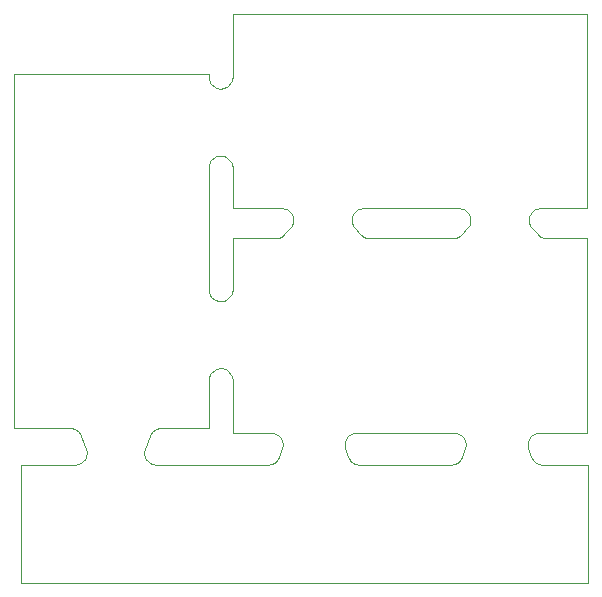
<source format=gko>
%MOIN*%
%OFA0B0*%
%FSLAX44Y44*%
%IPPOS*%
%LPD*%
%ADD10C,0*%
D10*
X00011992Y00011484D02*
X00011992Y00011484D01*
X00014779Y00011484D01*
X00014795Y00011484D01*
X00014812Y00011485D01*
X00014828Y00011487D01*
X00014844Y00011490D01*
X00014861Y00011493D01*
X00014877Y00011496D01*
X00014893Y00011501D01*
X00014908Y00011506D01*
X00014924Y00011512D01*
X00014939Y00011518D01*
X00014954Y00011525D01*
X00014969Y00011533D01*
X00014983Y00011541D01*
X00014997Y00011550D01*
X00015010Y00011559D01*
X00015023Y00011569D01*
X00015036Y00011580D01*
X00015048Y00011591D01*
X00015060Y00011602D01*
X00015071Y00011615D01*
X00015263Y00011827D01*
X00015291Y00011863D01*
X00015315Y00011901D01*
X00015335Y00011942D01*
X00015349Y00011985D01*
X00015359Y00012029D01*
X00015364Y00012074D01*
X00015363Y00012120D01*
X00015357Y00012165D01*
X00015346Y00012209D01*
X00015330Y00012251D01*
X00015309Y00012291D01*
X00015284Y00012329D01*
X00015254Y00012363D01*
X00015221Y00012394D01*
X00015185Y00012421D01*
X00015145Y00012443D01*
X00015104Y00012461D01*
X00015060Y00012474D01*
X00015015Y00012482D01*
X00014970Y00012484D01*
X00011800Y00012484D01*
X00011800Y00012484D01*
X00011755Y00012482D01*
X00011711Y00012474D01*
X00011667Y00012461D01*
X00011625Y00012443D01*
X00011586Y00012421D01*
X00011550Y00012394D01*
X00011516Y00012363D01*
X00011487Y00012329D01*
X00011462Y00012291D01*
X00011441Y00012251D01*
X00011425Y00012209D01*
X00011414Y00012165D01*
X00011408Y00012120D01*
X00011407Y00012074D01*
X00011412Y00012029D01*
X00011421Y00011985D01*
X00011436Y00011942D01*
X00011455Y00011901D01*
X00011479Y00011863D01*
X00011508Y00011827D01*
X00011699Y00011615D01*
X00011710Y00011602D01*
X00011722Y00011591D01*
X00011735Y00011580D01*
X00011747Y00011569D01*
X00011760Y00011559D01*
X00011774Y00011550D01*
X00011788Y00011541D01*
X00011802Y00011533D01*
X00011817Y00011525D01*
X00011832Y00011518D01*
X00011847Y00011512D01*
X00011862Y00011506D01*
X00011878Y00011501D01*
X00011894Y00011496D01*
X00011910Y00011493D01*
X00011926Y00011490D01*
X00011943Y00011487D01*
X00011959Y00011485D01*
X00011975Y00011484D01*
X00011992Y00011484D01*
X00008873Y00011484D02*
X00008873Y00011484D01*
X00007440Y00011484D01*
X00007440Y00009802D01*
X00007440Y00009793D01*
X00007440Y00009784D01*
X00007440Y00009775D01*
X00007439Y00009766D01*
X00007438Y00009757D01*
X00007437Y00009748D01*
X00007436Y00009740D01*
X00007434Y00009731D01*
X00007432Y00009722D01*
X00007430Y00009713D01*
X00007428Y00009705D01*
X00007426Y00009696D01*
X00007424Y00009688D01*
X00007421Y00009679D01*
X00007418Y00009671D01*
X00007415Y00009662D01*
X00007412Y00009654D01*
X00007408Y00009646D01*
X00007405Y00009638D01*
X00007401Y00009630D01*
X00007389Y00009606D01*
X00007363Y00009560D01*
X00007331Y00009518D01*
X00007293Y00009481D01*
X00007251Y00009449D01*
X00007205Y00009423D01*
X00007156Y00009403D01*
X00007105Y00009390D01*
X00007052Y00009385D01*
X00006999Y00009386D01*
X00006947Y00009394D01*
X00006896Y00009410D01*
X00006848Y00009432D01*
X00006803Y00009460D01*
X00006763Y00009494D01*
X00006727Y00009533D01*
X00006697Y00009576D01*
X00006673Y00009623D01*
X00006656Y00009673D01*
X00006645Y00009725D01*
X00006642Y00009778D01*
X00006642Y00013843D01*
X00006645Y00013896D01*
X00006656Y00013948D01*
X00006673Y00013998D01*
X00006697Y00014045D01*
X00006727Y00014088D01*
X00006763Y00014127D01*
X00006803Y00014161D01*
X00006848Y00014190D01*
X00006896Y00014211D01*
X00006947Y00014227D01*
X00006999Y00014235D01*
X00007052Y00014236D01*
X00007105Y00014231D01*
X00007156Y00014218D01*
X00007205Y00014198D01*
X00007251Y00014172D01*
X00007293Y00014140D01*
X00007331Y00014103D01*
X00007363Y00014061D01*
X00007389Y00014015D01*
X00007401Y00013991D01*
X00007405Y00013983D01*
X00007408Y00013975D01*
X00007412Y00013967D01*
X00007415Y00013959D01*
X00007418Y00013950D01*
X00007421Y00013942D01*
X00007424Y00013933D01*
X00007426Y00013925D01*
X00007428Y00013916D01*
X00007430Y00013908D01*
X00007432Y00013899D01*
X00007434Y00013890D01*
X00007436Y00013881D01*
X00007437Y00013873D01*
X00007438Y00013864D01*
X00007439Y00013855D01*
X00007440Y00013846D01*
X00007440Y00013837D01*
X00007440Y00013828D01*
X00007440Y00013819D01*
X00007440Y00012484D01*
X00009065Y00012484D01*
X00009065Y00012484D01*
X00009110Y00012482D01*
X00009155Y00012474D01*
X00009198Y00012461D01*
X00009240Y00012443D01*
X00009279Y00012421D01*
X00009316Y00012394D01*
X00009349Y00012363D01*
X00009378Y00012329D01*
X00009404Y00012291D01*
X00009424Y00012251D01*
X00009440Y00012209D01*
X00009451Y00012165D01*
X00009457Y00012120D01*
X00009458Y00012074D01*
X00009454Y00012029D01*
X00009444Y00011985D01*
X00009429Y00011942D01*
X00009410Y00011901D01*
X00009386Y00011863D01*
X00009357Y00011827D01*
X00009166Y00011615D01*
X00009155Y00011602D01*
X00009143Y00011591D01*
X00009131Y00011580D01*
X00009118Y00011569D01*
X00009105Y00011559D01*
X00009091Y00011550D01*
X00009077Y00011541D01*
X00009063Y00011533D01*
X00009048Y00011525D01*
X00009033Y00011518D01*
X00009018Y00011512D01*
X00009003Y00011506D01*
X00008987Y00011501D01*
X00008971Y00011496D01*
X00008955Y00011493D01*
X00008939Y00011490D01*
X00008923Y00011487D01*
X00008906Y00011485D01*
X00008890Y00011484D01*
X00008873Y00011484D01*
X00017663Y00005004D02*
X00017663Y00005004D01*
X00019251Y00005004D01*
X00019251Y00011484D01*
X00017897Y00011484D01*
X00017881Y00011484D01*
X00017864Y00011485D01*
X00017848Y00011487D01*
X00017832Y00011490D01*
X00017816Y00011493D01*
X00017799Y00011496D01*
X00017784Y00011501D01*
X00017768Y00011506D01*
X00017752Y00011512D01*
X00017737Y00011518D01*
X00017722Y00011525D01*
X00017708Y00011533D01*
X00017693Y00011541D01*
X00017679Y00011550D01*
X00017666Y00011559D01*
X00017653Y00011569D01*
X00017640Y00011580D01*
X00017628Y00011591D01*
X00017616Y00011602D01*
X00017605Y00011615D01*
X00017413Y00011827D01*
X00017385Y00011863D01*
X00017361Y00011901D01*
X00017341Y00011942D01*
X00017327Y00011985D01*
X00017317Y00012029D01*
X00017313Y00012074D01*
X00017313Y00012120D01*
X00017319Y00012165D01*
X00017330Y00012209D01*
X00017346Y00012251D01*
X00017367Y00012291D01*
X00017392Y00012329D01*
X00017422Y00012363D01*
X00017455Y00012394D01*
X00017492Y00012421D01*
X00017531Y00012443D01*
X00017573Y00012461D01*
X00017616Y00012474D01*
X00017661Y00012482D01*
X00017706Y00012484D01*
X00019251Y00012484D01*
X00019251Y00018964D01*
X00007440Y00018964D01*
X00007440Y00016888D01*
X00007440Y00016879D01*
X00007440Y00016870D01*
X00007440Y00016862D01*
X00007439Y00016853D01*
X00007438Y00016844D01*
X00007437Y00016835D01*
X00007436Y00016826D01*
X00007434Y00016817D01*
X00007432Y00016809D01*
X00007430Y00016800D01*
X00007428Y00016791D01*
X00007426Y00016783D01*
X00007424Y00016774D01*
X00007421Y00016766D01*
X00007418Y00016757D01*
X00007415Y00016749D01*
X00007412Y00016741D01*
X00007408Y00016732D01*
X00007405Y00016724D01*
X00007401Y00016716D01*
X00007389Y00016693D01*
X00007363Y00016647D01*
X00007331Y00016605D01*
X00007293Y00016567D01*
X00007251Y00016535D01*
X00007205Y00016509D01*
X00007156Y00016490D01*
X00007105Y00016477D01*
X00007052Y00016471D01*
X00006999Y00016473D01*
X00006947Y00016481D01*
X00006896Y00016496D01*
X00006848Y00016518D01*
X00006803Y00016546D01*
X00006763Y00016580D01*
X00006727Y00016619D01*
X00006697Y00016663D01*
X00006673Y00016710D01*
X00006656Y00016760D01*
X00006645Y00016812D01*
X00006642Y00016865D01*
X00006642Y00016968D01*
X00000162Y00016968D01*
X00000162Y00005157D01*
X00002012Y00005157D01*
X00002035Y00005156D01*
X00002059Y00005154D01*
X00002082Y00005151D01*
X00002105Y00005146D01*
X00002128Y00005139D01*
X00002151Y00005132D01*
X00002172Y00005123D01*
X00002194Y00005112D01*
X00002214Y00005101D01*
X00002234Y00005088D01*
X00002253Y00005074D01*
X00002272Y00005059D01*
X00002289Y00005043D01*
X00002305Y00005026D01*
X00002320Y00005008D01*
X00002335Y00004989D01*
X00002348Y00004969D01*
X00002359Y00004948D01*
X00002370Y00004927D01*
X00002379Y00004905D01*
X00002546Y00004472D01*
X00002558Y00004436D01*
X00002567Y00004399D01*
X00002571Y00004361D01*
X00002573Y00004323D01*
X00002570Y00004285D01*
X00002564Y00004247D01*
X00002554Y00004210D01*
X00002540Y00004174D01*
X00002524Y00004140D01*
X00002504Y00004108D01*
X00002481Y00004077D01*
X00002455Y00004049D01*
X00002426Y00004024D01*
X00002395Y00004001D01*
X00002362Y00003982D01*
X00002328Y00003966D01*
X00002292Y00003953D01*
X00002255Y00003944D01*
X00002217Y00003938D01*
X00002179Y00003937D01*
X00000393Y00003937D01*
X00000393Y00000000D01*
X00019291Y00000000D01*
X00019291Y00003937D01*
X00017764Y00003937D01*
X00017740Y00003937D01*
X00017716Y00003939D01*
X00017693Y00003943D01*
X00017669Y00003948D01*
X00017646Y00003955D01*
X00017623Y00003963D01*
X00017601Y00003972D01*
X00017579Y00003983D01*
X00017558Y00003995D01*
X00017538Y00004008D01*
X00017519Y00004022D01*
X00017501Y00004038D01*
X00017483Y00004055D01*
X00017467Y00004072D01*
X00017452Y00004091D01*
X00017438Y00004110D01*
X00017425Y00004131D01*
X00017413Y00004152D01*
X00017403Y00004174D01*
X00017394Y00004196D01*
X00017293Y00004476D01*
X00017282Y00004512D01*
X00017274Y00004549D01*
X00017270Y00004587D01*
X00017270Y00004625D01*
X00017273Y00004662D01*
X00017279Y00004699D01*
X00017290Y00004736D01*
X00017303Y00004771D01*
X00017321Y00004805D01*
X00017341Y00004836D01*
X00017364Y00004866D01*
X00017390Y00004894D01*
X00017418Y00004919D01*
X00017449Y00004941D01*
X00017481Y00004960D01*
X00017516Y00004975D01*
X00017551Y00004988D01*
X00017588Y00004997D01*
X00017625Y00005002D01*
X00017663Y00005004D01*
X00006642Y00006756D02*
X00006642Y00006756D01*
X00006645Y00006809D01*
X00006656Y00006861D01*
X00006673Y00006911D01*
X00006697Y00006958D01*
X00006727Y00007002D01*
X00006763Y00007041D01*
X00006803Y00007075D01*
X00006848Y00007103D01*
X00006896Y00007125D01*
X00006947Y00007140D01*
X00006999Y00007149D01*
X00007052Y00007150D01*
X00007105Y00007144D01*
X00007156Y00007131D01*
X00007205Y00007112D01*
X00007251Y00007086D01*
X00007293Y00007054D01*
X00007331Y00007016D01*
X00007363Y00006974D01*
X00007389Y00006928D01*
X00007401Y00006905D01*
X00007405Y00006897D01*
X00007408Y00006889D01*
X00007412Y00006880D01*
X00007415Y00006872D01*
X00007418Y00006864D01*
X00007421Y00006855D01*
X00007424Y00006847D01*
X00007426Y00006838D01*
X00007428Y00006830D01*
X00007430Y00006821D01*
X00007432Y00006812D01*
X00007434Y00006804D01*
X00007436Y00006795D01*
X00007437Y00006786D01*
X00007438Y00006777D01*
X00007439Y00006768D01*
X00007440Y00006759D01*
X00007440Y00006751D01*
X00007440Y00006742D01*
X00007440Y00006733D01*
X00007440Y00005004D01*
X00008714Y00005004D01*
X00008752Y00005002D01*
X00008789Y00004997D01*
X00008826Y00004988D01*
X00008861Y00004975D01*
X00008896Y00004960D01*
X00008928Y00004941D01*
X00008959Y00004919D01*
X00008987Y00004894D01*
X00009013Y00004866D01*
X00009036Y00004836D01*
X00009056Y00004805D01*
X00009073Y00004771D01*
X00009087Y00004736D01*
X00009097Y00004699D01*
X00009104Y00004662D01*
X00009107Y00004625D01*
X00009107Y00004587D01*
X00009103Y00004549D01*
X00009095Y00004512D01*
X00009084Y00004476D01*
X00008983Y00004196D01*
X00008974Y00004174D01*
X00008964Y00004152D01*
X00008952Y00004131D01*
X00008939Y00004110D01*
X00008925Y00004091D01*
X00008910Y00004072D01*
X00008894Y00004055D01*
X00008876Y00004038D01*
X00008858Y00004022D01*
X00008839Y00004008D01*
X00008818Y00003995D01*
X00008798Y00003983D01*
X00008776Y00003972D01*
X00008754Y00003963D01*
X00008731Y00003955D01*
X00008708Y00003948D01*
X00008684Y00003943D01*
X00008661Y00003939D01*
X00008637Y00003937D01*
X00008612Y00003937D01*
X00004883Y00003937D01*
X00004845Y00003938D01*
X00004808Y00003944D01*
X00004771Y00003953D01*
X00004735Y00003966D01*
X00004700Y00003982D01*
X00004667Y00004001D01*
X00004636Y00004024D01*
X00004608Y00004049D01*
X00004582Y00004077D01*
X00004559Y00004108D01*
X00004539Y00004140D01*
X00004522Y00004174D01*
X00004509Y00004210D01*
X00004499Y00004247D01*
X00004492Y00004285D01*
X00004490Y00004323D01*
X00004491Y00004361D01*
X00004496Y00004399D01*
X00004504Y00004436D01*
X00004516Y00004472D01*
X00004684Y00004905D01*
X00004693Y00004927D01*
X00004703Y00004948D01*
X00004715Y00004969D01*
X00004728Y00004989D01*
X00004742Y00005008D01*
X00004757Y00005026D01*
X00004774Y00005043D01*
X00004791Y00005059D01*
X00004809Y00005074D01*
X00004828Y00005088D01*
X00004848Y00005101D01*
X00004869Y00005112D01*
X00004890Y00005123D01*
X00004912Y00005132D01*
X00004934Y00005139D01*
X00004957Y00005146D01*
X00004980Y00005151D01*
X00005004Y00005154D01*
X00005027Y00005156D01*
X00005051Y00005157D01*
X00006642Y00005157D01*
X00006642Y00006756D01*
X00014816Y00005004D02*
X00014816Y00005004D01*
X00014854Y00005002D01*
X00014891Y00004997D01*
X00014928Y00004988D01*
X00014964Y00004975D01*
X00014998Y00004960D01*
X00015031Y00004941D01*
X00015061Y00004919D01*
X00015090Y00004894D01*
X00015115Y00004866D01*
X00015139Y00004836D01*
X00015159Y00004805D01*
X00015176Y00004771D01*
X00015190Y00004736D01*
X00015200Y00004699D01*
X00015207Y00004662D01*
X00015210Y00004625D01*
X00015209Y00004587D01*
X00015205Y00004549D01*
X00015198Y00004512D01*
X00015186Y00004476D01*
X00015085Y00004196D01*
X00015076Y00004174D01*
X00015066Y00004152D01*
X00015054Y00004131D01*
X00015042Y00004110D01*
X00015027Y00004091D01*
X00015012Y00004072D01*
X00014996Y00004055D01*
X00014979Y00004038D01*
X00014960Y00004022D01*
X00014941Y00004008D01*
X00014921Y00003995D01*
X00014900Y00003983D01*
X00014878Y00003972D01*
X00014856Y00003963D01*
X00014833Y00003955D01*
X00014810Y00003948D01*
X00014787Y00003943D01*
X00014763Y00003939D01*
X00014739Y00003937D01*
X00014715Y00003937D01*
X00011662Y00003937D01*
X00011638Y00003937D01*
X00011614Y00003939D01*
X00011590Y00003943D01*
X00011567Y00003948D01*
X00011544Y00003955D01*
X00011521Y00003963D01*
X00011499Y00003972D01*
X00011477Y00003983D01*
X00011456Y00003995D01*
X00011436Y00004008D01*
X00011417Y00004022D01*
X00011398Y00004038D01*
X00011381Y00004055D01*
X00011365Y00004072D01*
X00011349Y00004091D01*
X00011335Y00004110D01*
X00011323Y00004131D01*
X00011311Y00004152D01*
X00011301Y00004174D01*
X00011292Y00004196D01*
X00011190Y00004476D01*
X00011179Y00004512D01*
X00011172Y00004549D01*
X00011168Y00004587D01*
X00011167Y00004625D01*
X00011170Y00004662D01*
X00011177Y00004699D01*
X00011187Y00004736D01*
X00011201Y00004771D01*
X00011218Y00004805D01*
X00011238Y00004836D01*
X00011261Y00004866D01*
X00011287Y00004894D01*
X00011316Y00004919D01*
X00011346Y00004941D01*
X00011379Y00004960D01*
X00011413Y00004975D01*
X00011449Y00004988D01*
X00011486Y00004997D01*
X00011523Y00005002D01*
X00011561Y00005004D01*
X00014816Y00005004D01*
M02*

</source>
